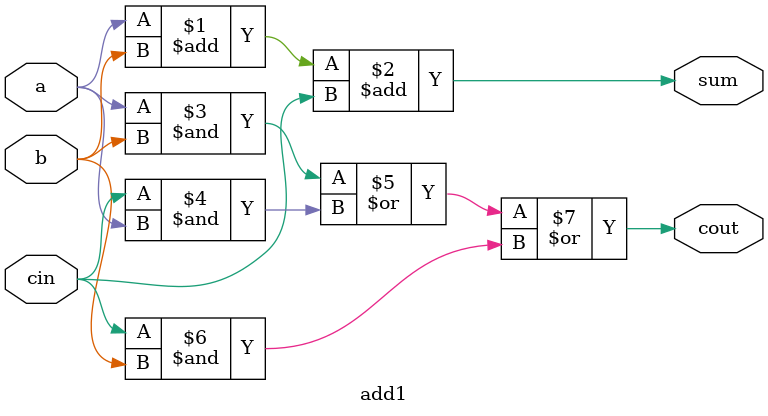
<source format=v>
module top_module (
    input [31:0] a,
    input [31:0] b,
    output [31:0] sum
);//
    
    wire cout;
    wire cout_2;

    add16 add1(.a(a[15:0]), .b(b[15:0]), .cin(1'b0), .sum(sum[15:0]), .cout(cout));
    add16 add2(.a(a[31:16]), .b(b[31:16]), .cin(cout), .sum(sum[31:16]), .cout(cout_2));
endmodule

module add1 ( input a, input b, input cin,   output sum, output cout );

    assign sum = (a + b + cin);
    assign cout = (a & b) | (cin & a) | (cin & b);

endmodule

</source>
